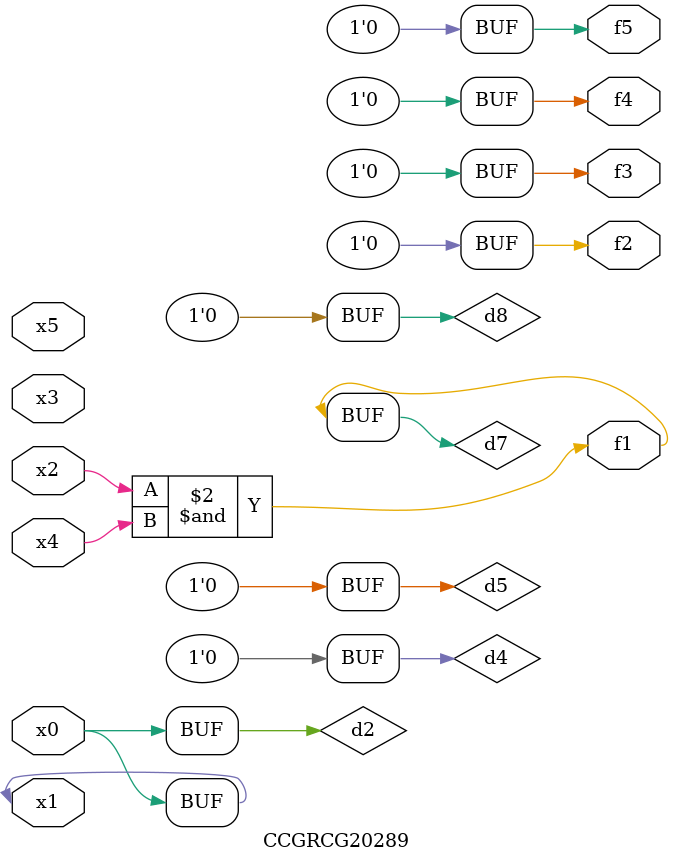
<source format=v>
module CCGRCG20289(
	input x0, x1, x2, x3, x4, x5,
	output f1, f2, f3, f4, f5
);

	wire d1, d2, d3, d4, d5, d6, d7, d8, d9;

	nand (d1, x1);
	buf (d2, x0, x1);
	nand (d3, x2, x4);
	and (d4, d1, d2);
	and (d5, d1, d2);
	nand (d6, d1, d3);
	not (d7, d3);
	xor (d8, d5);
	nor (d9, d5, d6);
	assign f1 = d7;
	assign f2 = d8;
	assign f3 = d8;
	assign f4 = d8;
	assign f5 = d8;
endmodule

</source>
